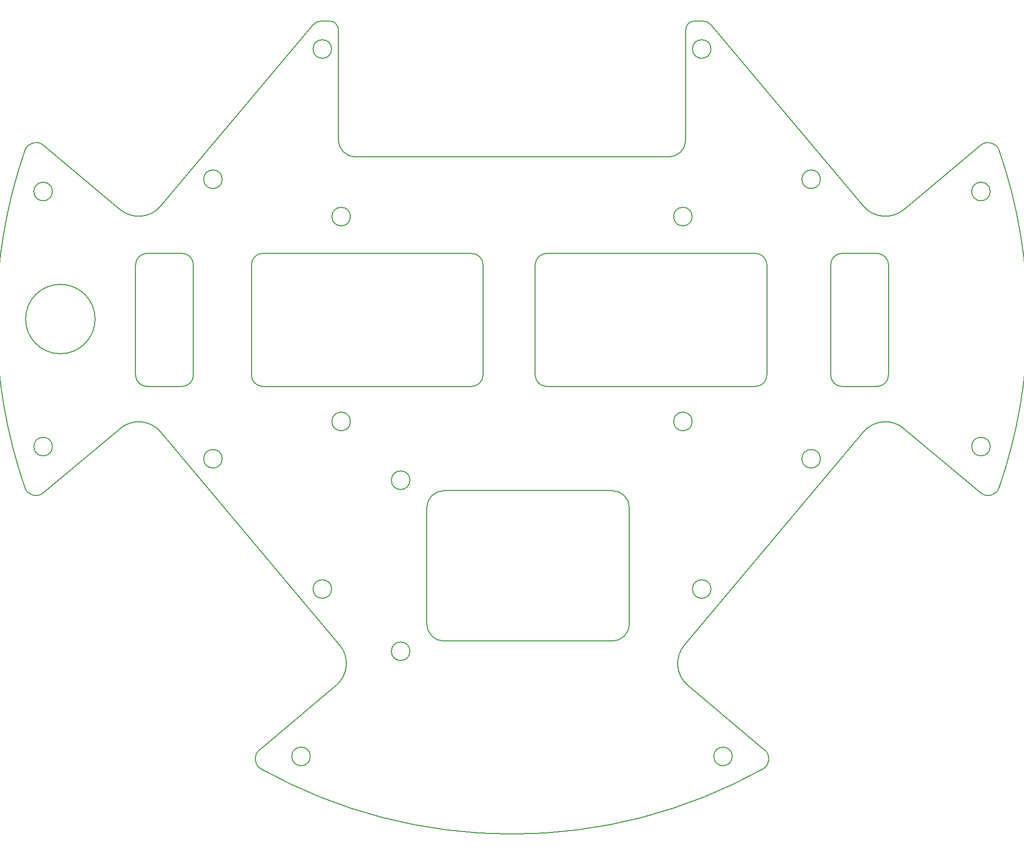
<source format=gm1>
%TF.GenerationSoftware,KiCad,Pcbnew,(6.0.0-0)*%
%TF.CreationDate,2022-03-22T21:17:22+08:00*%
%TF.ProjectId,layer2,6c617965-7232-42e6-9b69-6361645f7063,rev?*%
%TF.SameCoordinates,Original*%
%TF.FileFunction,Profile,NP*%
%FSLAX46Y46*%
G04 Gerber Fmt 4.6, Leading zero omitted, Abs format (unit mm)*
G04 Created by KiCad (PCBNEW (6.0.0-0)) date 2022-03-22 21:17:22*
%MOMM*%
%LPD*%
G01*
G04 APERTURE LIST*
%TA.AperFunction,Profile*%
%ADD10C,0.200000*%
%TD*%
G04 APERTURE END LIST*
D10*
X169360610Y-175813240D02*
X156116004Y-164699696D01*
X82729999Y-113000000D02*
X118729999Y-113000000D01*
X146000000Y-134000000D02*
X146000000Y-154000000D01*
X125730000Y-190346000D02*
G75*
G03*
X169048484Y-179092440I1J88999997D01*
G01*
X118729999Y-113000000D02*
G75*
G03*
X120729999Y-111000000I1J1999999D01*
G01*
X146000000Y-134000000D02*
G75*
G03*
X143000000Y-131000000I-3000001J-1D01*
G01*
X131730000Y-113000000D02*
X167730000Y-113000000D01*
X157230000Y-49846000D02*
G75*
G03*
X155730000Y-51346000I1J-1500001D01*
G01*
X58062315Y-120269118D02*
X44817709Y-131382663D01*
X41642527Y-72186149D02*
G75*
G03*
X41642527Y-130505851I84087476J-29159851D01*
G01*
X206642291Y-131382663D02*
G75*
G03*
X209817473Y-130505851I1285575J1532090D01*
G01*
X95960280Y-157655536D02*
X65106475Y-120885402D01*
X44817709Y-71309337D02*
G75*
G03*
X41642527Y-72186149I-1285575J-1532090D01*
G01*
X97830000Y-119046000D02*
G75*
G03*
X97830000Y-119046000I-1600000J0D01*
G01*
X82099390Y-175813240D02*
G75*
G03*
X82411516Y-179092440I1285575J-1532089D01*
G01*
X178964934Y-125498349D02*
G75*
G03*
X178964934Y-125498349I-1600000J0D01*
G01*
X95343996Y-164699696D02*
G75*
G03*
X95960280Y-157655536I-3213936J3830222D01*
G01*
X125730000Y-73346000D02*
X152730000Y-73346000D01*
X94230000Y-49846000D02*
X92857217Y-49846000D01*
X180730001Y-111000000D02*
G75*
G03*
X182730001Y-113000000I1999999J-1D01*
G01*
X208283554Y-79306669D02*
G75*
G03*
X208283554Y-79306669I-1600000J0D01*
G01*
X65106475Y-120885402D02*
G75*
G03*
X58062315Y-120269118I-3830222J-3213939D01*
G01*
X53750000Y-101350000D02*
G75*
G03*
X53750000Y-101350000I-6000000J0D01*
G01*
X209817473Y-130505851D02*
G75*
G03*
X209817473Y-72186149I-84087476J29159851D01*
G01*
X75695066Y-125498349D02*
G75*
G03*
X75695066Y-125498349I-1600000J0D01*
G01*
X167730000Y-90000000D02*
X131730000Y-90000000D01*
X131730000Y-90000000D02*
G75*
G03*
X129730000Y-92000000I-1J-1999999D01*
G01*
X182730001Y-90000000D02*
G75*
G03*
X180730001Y-92000000I-1J-1999999D01*
G01*
X155730000Y-51346000D02*
X155730000Y-70346000D01*
X95730000Y-51346000D02*
X95730000Y-70346000D01*
X82729999Y-90000000D02*
G75*
G03*
X80729999Y-92000000I-1J-1999999D01*
G01*
X180730001Y-92000000D02*
X180730001Y-111000000D01*
X152730000Y-73346000D02*
G75*
G03*
X155730000Y-70346000I-1J3000001D01*
G01*
X188730001Y-113000000D02*
G75*
G03*
X190730001Y-111000000I-2J2000002D01*
G01*
X129730000Y-92000000D02*
X129730000Y-111000000D01*
X190730001Y-111000000D02*
X190730001Y-92000000D01*
X80729999Y-92000000D02*
X80729999Y-111000000D01*
X188730001Y-90000000D02*
X182730001Y-90000000D01*
X70729999Y-92000000D02*
G75*
G03*
X68729999Y-90000000I-1999999J1D01*
G01*
X111000000Y-154000000D02*
G75*
G03*
X114000000Y-157000000I3000001J1D01*
G01*
X129730000Y-111000000D02*
G75*
G03*
X131730000Y-113000000I1999999J-1D01*
G01*
X186353525Y-81806598D02*
X160134872Y-50560424D01*
X209817473Y-72186149D02*
G75*
G03*
X206642291Y-71309337I-1889607J-655278D01*
G01*
X60729999Y-111000000D02*
G75*
G03*
X62729999Y-113000000I1999999J-1D01*
G01*
X82411516Y-179092440D02*
G75*
G03*
X125730000Y-190346000I43318483J77746437D01*
G01*
X90904544Y-176926395D02*
G75*
G03*
X90904544Y-176926395I-1600000J0D01*
G01*
X97830000Y-83646000D02*
G75*
G03*
X97830000Y-83646000I-1600000J0D01*
G01*
X95730000Y-70346000D02*
G75*
G03*
X98730000Y-73346000I3000001J1D01*
G01*
X75695066Y-77193651D02*
G75*
G03*
X75695066Y-77193651I-1600000J0D01*
G01*
X160134872Y-50560424D02*
G75*
G03*
X158602783Y-49846000I-1532087J-1285573D01*
G01*
X58062315Y-82422882D02*
G75*
G03*
X65106475Y-81806598I3213938J3830223D01*
G01*
X46376446Y-123385331D02*
G75*
G03*
X46376446Y-123385331I-1600000J0D01*
G01*
X111000000Y-154000000D02*
X111000000Y-134000000D01*
X160081733Y-54689528D02*
G75*
G03*
X160081733Y-54689528I-1600000J0D01*
G01*
X155499720Y-157655536D02*
X186353525Y-120885402D01*
X156830000Y-83646000D02*
G75*
G03*
X156830000Y-83646000I-1600000J0D01*
G01*
X70729999Y-92000000D02*
X70729999Y-111000000D01*
X94578267Y-148002472D02*
G75*
G03*
X94578267Y-148002472I-1600000J0D01*
G01*
X206642291Y-71309337D02*
X193397685Y-82422882D01*
X80729999Y-111000000D02*
G75*
G03*
X82729999Y-113000000I2000002J2D01*
G01*
X193397685Y-120269118D02*
X206642291Y-131382663D01*
X160081733Y-148002472D02*
G75*
G03*
X160081733Y-148002472I-1600000J0D01*
G01*
X114000000Y-131000000D02*
G75*
G03*
X111000000Y-134000000I1J-3000001D01*
G01*
X157230000Y-49846000D02*
X158602783Y-49846000D01*
X118729999Y-90000000D02*
X82729999Y-90000000D01*
X143000000Y-157000000D02*
X114000000Y-157000000D01*
X186353525Y-81806598D02*
G75*
G03*
X193397685Y-82422882I3830222J3213939D01*
G01*
X65106475Y-81806598D02*
X91325128Y-50560424D01*
X169048484Y-179092440D02*
G75*
G03*
X169360610Y-175813240I-973449J1747111D01*
G01*
X82099390Y-175813240D02*
X95343996Y-164699696D01*
X68729999Y-113000000D02*
G75*
G03*
X70729999Y-111000000I1J1999999D01*
G01*
X108100000Y-129200000D02*
G75*
G03*
X108100000Y-129200000I-1600000J0D01*
G01*
X114000000Y-131000000D02*
X143000000Y-131000000D01*
X208283554Y-123385331D02*
G75*
G03*
X208283554Y-123385331I-1600000J0D01*
G01*
X178964934Y-77193651D02*
G75*
G03*
X178964934Y-77193651I-1600000J0D01*
G01*
X41642527Y-130505851D02*
G75*
G03*
X44817709Y-131382663I1889607J655278D01*
G01*
X60729999Y-111000000D02*
X60729999Y-92000000D01*
X125730000Y-73346000D02*
X98730000Y-73346000D01*
X120729999Y-111000000D02*
X120729999Y-92000000D01*
X44817709Y-71309337D02*
X58062315Y-82422882D01*
X46376446Y-79306669D02*
G75*
G03*
X46376446Y-79306669I-1600000J0D01*
G01*
X193397685Y-120269118D02*
G75*
G03*
X186353525Y-120885402I-3213938J-3830223D01*
G01*
X68729999Y-113000000D02*
X62729999Y-113000000D01*
X182730001Y-113000000D02*
X188730001Y-113000000D01*
X156830000Y-119046000D02*
G75*
G03*
X156830000Y-119046000I-1600000J0D01*
G01*
X190730001Y-92000000D02*
G75*
G03*
X188730001Y-90000000I-1999999J1D01*
G01*
X167730000Y-113000000D02*
G75*
G03*
X169730000Y-111000000I1J1999999D01*
G01*
X62729999Y-90000000D02*
X68729999Y-90000000D01*
X95730000Y-51346000D02*
G75*
G03*
X94230000Y-49846000I-1500001J-1D01*
G01*
X169730000Y-111000000D02*
X169730000Y-92000000D01*
X155499719Y-157655536D02*
G75*
G03*
X156116004Y-164699696I3830221J-3213938D01*
G01*
X92857217Y-49846000D02*
G75*
G03*
X91325128Y-50560424I-2J-1999997D01*
G01*
X163755456Y-176926395D02*
G75*
G03*
X163755456Y-176926395I-1600000J0D01*
G01*
X169730000Y-92000000D02*
G75*
G03*
X167730000Y-90000000I-1999999J1D01*
G01*
X94578267Y-54689528D02*
G75*
G03*
X94578267Y-54689528I-1600000J0D01*
G01*
X120729999Y-92000000D02*
G75*
G03*
X118729999Y-90000000I-1999999J1D01*
G01*
X108100000Y-158760000D02*
G75*
G03*
X108100000Y-158760000I-1600000J0D01*
G01*
X62729999Y-90000000D02*
G75*
G03*
X60729999Y-92000000I-1J-1999999D01*
G01*
X143000000Y-157000000D02*
G75*
G03*
X146000000Y-154000000I-1J3000001D01*
G01*
M02*

</source>
